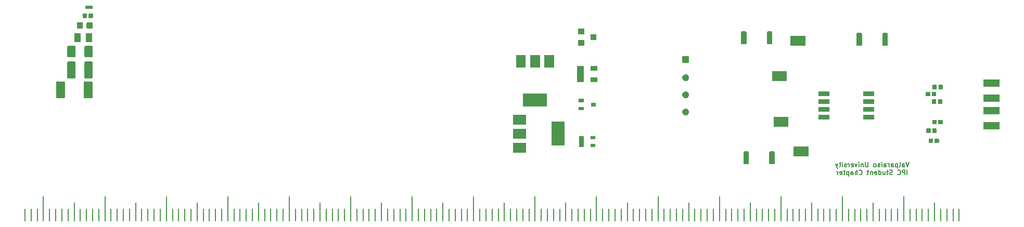
<source format=gbr>
G04 #@! TF.GenerationSoftware,KiCad,Pcbnew,(5.1.5)-3*
G04 #@! TF.CreationDate,2021-08-16T12:48:35-05:00*
G04 #@! TF.ProjectId,Valpo-PCB-Ruler,56616c70-6f2d-4504-9342-2d52756c6572,rev?*
G04 #@! TF.SameCoordinates,Original*
G04 #@! TF.FileFunction,Soldermask,Bot*
G04 #@! TF.FilePolarity,Negative*
%FSLAX46Y46*%
G04 Gerber Fmt 4.6, Leading zero omitted, Abs format (unit mm)*
G04 Created by KiCad (PCBNEW (5.1.5)-3) date 2021-08-16 12:48:35*
%MOMM*%
%LPD*%
G04 APERTURE LIST*
%ADD10C,0.127000*%
%ADD11C,0.200000*%
%ADD12C,0.100000*%
G04 APERTURE END LIST*
D10*
X194818000Y-92038714D02*
X194564000Y-92800714D01*
X194310000Y-92038714D01*
X193729428Y-92800714D02*
X193729428Y-92401571D01*
X193765714Y-92329000D01*
X193838285Y-92292714D01*
X193983428Y-92292714D01*
X194056000Y-92329000D01*
X193729428Y-92764428D02*
X193802000Y-92800714D01*
X193983428Y-92800714D01*
X194056000Y-92764428D01*
X194092285Y-92691857D01*
X194092285Y-92619285D01*
X194056000Y-92546714D01*
X193983428Y-92510428D01*
X193802000Y-92510428D01*
X193729428Y-92474142D01*
X193257714Y-92800714D02*
X193330285Y-92764428D01*
X193366571Y-92691857D01*
X193366571Y-92038714D01*
X192967428Y-92292714D02*
X192967428Y-93054714D01*
X192967428Y-92329000D02*
X192894857Y-92292714D01*
X192749714Y-92292714D01*
X192677142Y-92329000D01*
X192640857Y-92365285D01*
X192604571Y-92437857D01*
X192604571Y-92655571D01*
X192640857Y-92728142D01*
X192677142Y-92764428D01*
X192749714Y-92800714D01*
X192894857Y-92800714D01*
X192967428Y-92764428D01*
X191951428Y-92800714D02*
X191951428Y-92401571D01*
X191987714Y-92329000D01*
X192060285Y-92292714D01*
X192205428Y-92292714D01*
X192278000Y-92329000D01*
X191951428Y-92764428D02*
X192024000Y-92800714D01*
X192205428Y-92800714D01*
X192278000Y-92764428D01*
X192314285Y-92691857D01*
X192314285Y-92619285D01*
X192278000Y-92546714D01*
X192205428Y-92510428D01*
X192024000Y-92510428D01*
X191951428Y-92474142D01*
X191588571Y-92800714D02*
X191588571Y-92292714D01*
X191588571Y-92437857D02*
X191552285Y-92365285D01*
X191516000Y-92329000D01*
X191443428Y-92292714D01*
X191370857Y-92292714D01*
X190790285Y-92800714D02*
X190790285Y-92401571D01*
X190826571Y-92329000D01*
X190899142Y-92292714D01*
X191044285Y-92292714D01*
X191116857Y-92329000D01*
X190790285Y-92764428D02*
X190862857Y-92800714D01*
X191044285Y-92800714D01*
X191116857Y-92764428D01*
X191153142Y-92691857D01*
X191153142Y-92619285D01*
X191116857Y-92546714D01*
X191044285Y-92510428D01*
X190862857Y-92510428D01*
X190790285Y-92474142D01*
X190427428Y-92800714D02*
X190427428Y-92292714D01*
X190427428Y-92038714D02*
X190463714Y-92075000D01*
X190427428Y-92111285D01*
X190391142Y-92075000D01*
X190427428Y-92038714D01*
X190427428Y-92111285D01*
X190100857Y-92764428D02*
X190028285Y-92800714D01*
X189883142Y-92800714D01*
X189810571Y-92764428D01*
X189774285Y-92691857D01*
X189774285Y-92655571D01*
X189810571Y-92583000D01*
X189883142Y-92546714D01*
X189992000Y-92546714D01*
X190064571Y-92510428D01*
X190100857Y-92437857D01*
X190100857Y-92401571D01*
X190064571Y-92329000D01*
X189992000Y-92292714D01*
X189883142Y-92292714D01*
X189810571Y-92329000D01*
X189338857Y-92800714D02*
X189411428Y-92764428D01*
X189447714Y-92728142D01*
X189484000Y-92655571D01*
X189484000Y-92437857D01*
X189447714Y-92365285D01*
X189411428Y-92329000D01*
X189338857Y-92292714D01*
X189230000Y-92292714D01*
X189157428Y-92329000D01*
X189121142Y-92365285D01*
X189084857Y-92437857D01*
X189084857Y-92655571D01*
X189121142Y-92728142D01*
X189157428Y-92764428D01*
X189230000Y-92800714D01*
X189338857Y-92800714D01*
X188177714Y-92038714D02*
X188177714Y-92655571D01*
X188141428Y-92728142D01*
X188105142Y-92764428D01*
X188032571Y-92800714D01*
X187887428Y-92800714D01*
X187814857Y-92764428D01*
X187778571Y-92728142D01*
X187742285Y-92655571D01*
X187742285Y-92038714D01*
X187379428Y-92292714D02*
X187379428Y-92800714D01*
X187379428Y-92365285D02*
X187343142Y-92329000D01*
X187270571Y-92292714D01*
X187161714Y-92292714D01*
X187089142Y-92329000D01*
X187052857Y-92401571D01*
X187052857Y-92800714D01*
X186690000Y-92800714D02*
X186690000Y-92292714D01*
X186690000Y-92038714D02*
X186726285Y-92075000D01*
X186690000Y-92111285D01*
X186653714Y-92075000D01*
X186690000Y-92038714D01*
X186690000Y-92111285D01*
X186399714Y-92292714D02*
X186218285Y-92800714D01*
X186036857Y-92292714D01*
X185456285Y-92764428D02*
X185528857Y-92800714D01*
X185674000Y-92800714D01*
X185746571Y-92764428D01*
X185782857Y-92691857D01*
X185782857Y-92401571D01*
X185746571Y-92329000D01*
X185674000Y-92292714D01*
X185528857Y-92292714D01*
X185456285Y-92329000D01*
X185420000Y-92401571D01*
X185420000Y-92474142D01*
X185782857Y-92546714D01*
X185093428Y-92800714D02*
X185093428Y-92292714D01*
X185093428Y-92437857D02*
X185057142Y-92365285D01*
X185020857Y-92329000D01*
X184948285Y-92292714D01*
X184875714Y-92292714D01*
X184658000Y-92764428D02*
X184585428Y-92800714D01*
X184440285Y-92800714D01*
X184367714Y-92764428D01*
X184331428Y-92691857D01*
X184331428Y-92655571D01*
X184367714Y-92583000D01*
X184440285Y-92546714D01*
X184549142Y-92546714D01*
X184621714Y-92510428D01*
X184658000Y-92437857D01*
X184658000Y-92401571D01*
X184621714Y-92329000D01*
X184549142Y-92292714D01*
X184440285Y-92292714D01*
X184367714Y-92329000D01*
X184004857Y-92800714D02*
X184004857Y-92292714D01*
X184004857Y-92038714D02*
X184041142Y-92075000D01*
X184004857Y-92111285D01*
X183968571Y-92075000D01*
X184004857Y-92038714D01*
X184004857Y-92111285D01*
X183750857Y-92292714D02*
X183460571Y-92292714D01*
X183642000Y-92038714D02*
X183642000Y-92691857D01*
X183605714Y-92764428D01*
X183533142Y-92800714D01*
X183460571Y-92800714D01*
X183279142Y-92292714D02*
X183097714Y-92800714D01*
X182916285Y-92292714D02*
X183097714Y-92800714D01*
X183170285Y-92982142D01*
X183206571Y-93018428D01*
X183279142Y-93054714D01*
X194545857Y-94070714D02*
X194545857Y-93308714D01*
X194183000Y-94070714D02*
X194183000Y-93308714D01*
X193892714Y-93308714D01*
X193820142Y-93345000D01*
X193783857Y-93381285D01*
X193747571Y-93453857D01*
X193747571Y-93562714D01*
X193783857Y-93635285D01*
X193820142Y-93671571D01*
X193892714Y-93707857D01*
X194183000Y-93707857D01*
X192985571Y-93998142D02*
X193021857Y-94034428D01*
X193130714Y-94070714D01*
X193203285Y-94070714D01*
X193312142Y-94034428D01*
X193384714Y-93961857D01*
X193421000Y-93889285D01*
X193457285Y-93744142D01*
X193457285Y-93635285D01*
X193421000Y-93490142D01*
X193384714Y-93417571D01*
X193312142Y-93345000D01*
X193203285Y-93308714D01*
X193130714Y-93308714D01*
X193021857Y-93345000D01*
X192985571Y-93381285D01*
X192114714Y-94034428D02*
X192005857Y-94070714D01*
X191824428Y-94070714D01*
X191751857Y-94034428D01*
X191715571Y-93998142D01*
X191679285Y-93925571D01*
X191679285Y-93853000D01*
X191715571Y-93780428D01*
X191751857Y-93744142D01*
X191824428Y-93707857D01*
X191969571Y-93671571D01*
X192042142Y-93635285D01*
X192078428Y-93599000D01*
X192114714Y-93526428D01*
X192114714Y-93453857D01*
X192078428Y-93381285D01*
X192042142Y-93345000D01*
X191969571Y-93308714D01*
X191788142Y-93308714D01*
X191679285Y-93345000D01*
X191461571Y-93562714D02*
X191171285Y-93562714D01*
X191352714Y-93308714D02*
X191352714Y-93961857D01*
X191316428Y-94034428D01*
X191243857Y-94070714D01*
X191171285Y-94070714D01*
X190590714Y-93562714D02*
X190590714Y-94070714D01*
X190917285Y-93562714D02*
X190917285Y-93961857D01*
X190881000Y-94034428D01*
X190808428Y-94070714D01*
X190699571Y-94070714D01*
X190627000Y-94034428D01*
X190590714Y-93998142D01*
X189901285Y-94070714D02*
X189901285Y-93308714D01*
X189901285Y-94034428D02*
X189973857Y-94070714D01*
X190119000Y-94070714D01*
X190191571Y-94034428D01*
X190227857Y-93998142D01*
X190264142Y-93925571D01*
X190264142Y-93707857D01*
X190227857Y-93635285D01*
X190191571Y-93599000D01*
X190119000Y-93562714D01*
X189973857Y-93562714D01*
X189901285Y-93599000D01*
X189248142Y-94034428D02*
X189320714Y-94070714D01*
X189465857Y-94070714D01*
X189538428Y-94034428D01*
X189574714Y-93961857D01*
X189574714Y-93671571D01*
X189538428Y-93599000D01*
X189465857Y-93562714D01*
X189320714Y-93562714D01*
X189248142Y-93599000D01*
X189211857Y-93671571D01*
X189211857Y-93744142D01*
X189574714Y-93816714D01*
X188885285Y-93562714D02*
X188885285Y-94070714D01*
X188885285Y-93635285D02*
X188849000Y-93599000D01*
X188776428Y-93562714D01*
X188667571Y-93562714D01*
X188595000Y-93599000D01*
X188558714Y-93671571D01*
X188558714Y-94070714D01*
X188304714Y-93562714D02*
X188014428Y-93562714D01*
X188195857Y-93308714D02*
X188195857Y-93961857D01*
X188159571Y-94034428D01*
X188087000Y-94070714D01*
X188014428Y-94070714D01*
X186744428Y-93998142D02*
X186780714Y-94034428D01*
X186889571Y-94070714D01*
X186962142Y-94070714D01*
X187071000Y-94034428D01*
X187143571Y-93961857D01*
X187179857Y-93889285D01*
X187216142Y-93744142D01*
X187216142Y-93635285D01*
X187179857Y-93490142D01*
X187143571Y-93417571D01*
X187071000Y-93345000D01*
X186962142Y-93308714D01*
X186889571Y-93308714D01*
X186780714Y-93345000D01*
X186744428Y-93381285D01*
X186417857Y-94070714D02*
X186417857Y-93308714D01*
X186091285Y-94070714D02*
X186091285Y-93671571D01*
X186127571Y-93599000D01*
X186200142Y-93562714D01*
X186309000Y-93562714D01*
X186381571Y-93599000D01*
X186417857Y-93635285D01*
X185401857Y-94070714D02*
X185401857Y-93671571D01*
X185438142Y-93599000D01*
X185510714Y-93562714D01*
X185655857Y-93562714D01*
X185728428Y-93599000D01*
X185401857Y-94034428D02*
X185474428Y-94070714D01*
X185655857Y-94070714D01*
X185728428Y-94034428D01*
X185764714Y-93961857D01*
X185764714Y-93889285D01*
X185728428Y-93816714D01*
X185655857Y-93780428D01*
X185474428Y-93780428D01*
X185401857Y-93744142D01*
X185039000Y-93562714D02*
X185039000Y-94324714D01*
X185039000Y-93599000D02*
X184966428Y-93562714D01*
X184821285Y-93562714D01*
X184748714Y-93599000D01*
X184712428Y-93635285D01*
X184676142Y-93707857D01*
X184676142Y-93925571D01*
X184712428Y-93998142D01*
X184748714Y-94034428D01*
X184821285Y-94070714D01*
X184966428Y-94070714D01*
X185039000Y-94034428D01*
X184458428Y-93562714D02*
X184168142Y-93562714D01*
X184349571Y-93308714D02*
X184349571Y-93961857D01*
X184313285Y-94034428D01*
X184240714Y-94070714D01*
X184168142Y-94070714D01*
X183623857Y-94034428D02*
X183696428Y-94070714D01*
X183841571Y-94070714D01*
X183914142Y-94034428D01*
X183950428Y-93961857D01*
X183950428Y-93671571D01*
X183914142Y-93599000D01*
X183841571Y-93562714D01*
X183696428Y-93562714D01*
X183623857Y-93599000D01*
X183587571Y-93671571D01*
X183587571Y-93744142D01*
X183950428Y-93816714D01*
X183261000Y-94070714D02*
X183261000Y-93562714D01*
X183261000Y-93707857D02*
X183224714Y-93635285D01*
X183188428Y-93599000D01*
X183115857Y-93562714D01*
X183043285Y-93562714D01*
D11*
X53000000Y-101600000D02*
X53000000Y-99600000D01*
X51000000Y-101600000D02*
X51000000Y-99600000D01*
X52000000Y-101600000D02*
X52000000Y-99600000D01*
X63000000Y-101600000D02*
X63000000Y-99600000D01*
X57000000Y-101600000D02*
X57000000Y-99600000D01*
X60000000Y-101600000D02*
X60000000Y-99600000D01*
X55000000Y-101600000D02*
X55000000Y-99600000D01*
X61000000Y-101600000D02*
X61000000Y-99600000D01*
X56000000Y-101600000D02*
X56000000Y-99600000D01*
X59000000Y-101600000D02*
X59000000Y-98600000D01*
X62000000Y-101600000D02*
X62000000Y-99600000D01*
X54000000Y-101600000D02*
X54000000Y-97600000D01*
X58000000Y-101600000D02*
X58000000Y-99600000D01*
X73000000Y-101600000D02*
X73000000Y-99600000D01*
X67000000Y-101600000D02*
X67000000Y-99600000D01*
X70000000Y-101600000D02*
X70000000Y-99600000D01*
X65000000Y-101600000D02*
X65000000Y-99600000D01*
X71000000Y-101600000D02*
X71000000Y-99600000D01*
X66000000Y-101600000D02*
X66000000Y-99600000D01*
X69000000Y-101600000D02*
X69000000Y-98600000D01*
X72000000Y-101600000D02*
X72000000Y-99600000D01*
X64000000Y-101600000D02*
X64000000Y-97600000D01*
X68000000Y-101600000D02*
X68000000Y-99600000D01*
X83000000Y-101600000D02*
X83000000Y-99600000D01*
X77000000Y-101600000D02*
X77000000Y-99600000D01*
X80000000Y-101600000D02*
X80000000Y-99600000D01*
X75000000Y-101600000D02*
X75000000Y-99600000D01*
X81000000Y-101600000D02*
X81000000Y-99600000D01*
X76000000Y-101600000D02*
X76000000Y-99600000D01*
X79000000Y-101600000D02*
X79000000Y-98600000D01*
X82000000Y-101600000D02*
X82000000Y-99600000D01*
X74000000Y-101600000D02*
X74000000Y-97600000D01*
X78000000Y-101600000D02*
X78000000Y-99600000D01*
X93000000Y-101600000D02*
X93000000Y-99600000D01*
X87000000Y-101600000D02*
X87000000Y-99600000D01*
X90000000Y-101600000D02*
X90000000Y-99600000D01*
X85000000Y-101600000D02*
X85000000Y-99600000D01*
X91000000Y-101600000D02*
X91000000Y-99600000D01*
X86000000Y-101600000D02*
X86000000Y-99600000D01*
X89000000Y-101600000D02*
X89000000Y-98600000D01*
X92000000Y-101600000D02*
X92000000Y-99600000D01*
X84000000Y-101600000D02*
X84000000Y-97600000D01*
X88000000Y-101600000D02*
X88000000Y-99600000D01*
X103000000Y-101600000D02*
X103000000Y-99600000D01*
X97000000Y-101600000D02*
X97000000Y-99600000D01*
X100000000Y-101600000D02*
X100000000Y-99600000D01*
X95000000Y-101600000D02*
X95000000Y-99600000D01*
X101000000Y-101600000D02*
X101000000Y-99600000D01*
X96000000Y-101600000D02*
X96000000Y-99600000D01*
X99000000Y-101600000D02*
X99000000Y-98600000D01*
X102000000Y-101600000D02*
X102000000Y-99600000D01*
X94000000Y-101600000D02*
X94000000Y-97600000D01*
X98000000Y-101600000D02*
X98000000Y-99600000D01*
X113000000Y-101600000D02*
X113000000Y-99600000D01*
X107000000Y-101600000D02*
X107000000Y-99600000D01*
X110000000Y-101600000D02*
X110000000Y-99600000D01*
X105000000Y-101600000D02*
X105000000Y-99600000D01*
X111000000Y-101600000D02*
X111000000Y-99600000D01*
X106000000Y-101600000D02*
X106000000Y-99600000D01*
X109000000Y-101600000D02*
X109000000Y-98600000D01*
X112000000Y-101600000D02*
X112000000Y-99600000D01*
X104000000Y-101600000D02*
X104000000Y-97600000D01*
X108000000Y-101600000D02*
X108000000Y-99600000D01*
X123000000Y-101600000D02*
X123000000Y-99600000D01*
X117000000Y-101600000D02*
X117000000Y-99600000D01*
X120000000Y-101600000D02*
X120000000Y-99600000D01*
X115000000Y-101600000D02*
X115000000Y-99600000D01*
X121000000Y-101600000D02*
X121000000Y-99600000D01*
X116000000Y-101600000D02*
X116000000Y-99600000D01*
X119000000Y-101600000D02*
X119000000Y-98600000D01*
X122000000Y-101600000D02*
X122000000Y-99600000D01*
X114000000Y-101600000D02*
X114000000Y-97600000D01*
X118000000Y-101600000D02*
X118000000Y-99600000D01*
X133000000Y-101600000D02*
X133000000Y-99600000D01*
X127000000Y-101600000D02*
X127000000Y-99600000D01*
X130000000Y-101600000D02*
X130000000Y-99600000D01*
X125000000Y-101600000D02*
X125000000Y-99600000D01*
X131000000Y-101600000D02*
X131000000Y-99600000D01*
X126000000Y-101600000D02*
X126000000Y-99600000D01*
X129000000Y-101600000D02*
X129000000Y-98600000D01*
X132000000Y-101600000D02*
X132000000Y-99600000D01*
X124000000Y-101600000D02*
X124000000Y-97600000D01*
X128000000Y-101600000D02*
X128000000Y-99600000D01*
X143000000Y-101600000D02*
X143000000Y-99600000D01*
X137000000Y-101600000D02*
X137000000Y-99600000D01*
X140000000Y-101600000D02*
X140000000Y-99600000D01*
X135000000Y-101600000D02*
X135000000Y-99600000D01*
X141000000Y-101600000D02*
X141000000Y-99600000D01*
X136000000Y-101600000D02*
X136000000Y-99600000D01*
X139000000Y-101600000D02*
X139000000Y-98600000D01*
X142000000Y-101600000D02*
X142000000Y-99600000D01*
X134000000Y-101600000D02*
X134000000Y-97600000D01*
X138000000Y-101600000D02*
X138000000Y-99600000D01*
X153000000Y-101600000D02*
X153000000Y-99600000D01*
X147000000Y-101600000D02*
X147000000Y-99600000D01*
X150000000Y-101600000D02*
X150000000Y-99600000D01*
X145000000Y-101600000D02*
X145000000Y-99600000D01*
X151000000Y-101600000D02*
X151000000Y-99600000D01*
X146000000Y-101600000D02*
X146000000Y-99600000D01*
X149000000Y-101600000D02*
X149000000Y-98600000D01*
X152000000Y-101600000D02*
X152000000Y-99600000D01*
X144000000Y-101600000D02*
X144000000Y-97600000D01*
X148000000Y-101600000D02*
X148000000Y-99600000D01*
X163000000Y-101600000D02*
X163000000Y-99600000D01*
X157000000Y-101600000D02*
X157000000Y-99600000D01*
X160000000Y-101600000D02*
X160000000Y-99600000D01*
X155000000Y-101600000D02*
X155000000Y-99600000D01*
X161000000Y-101600000D02*
X161000000Y-99600000D01*
X156000000Y-101600000D02*
X156000000Y-99600000D01*
X159000000Y-101600000D02*
X159000000Y-98600000D01*
X162000000Y-101600000D02*
X162000000Y-99600000D01*
X154000000Y-101600000D02*
X154000000Y-97600000D01*
X158000000Y-101600000D02*
X158000000Y-99600000D01*
X173000000Y-101600000D02*
X173000000Y-99600000D01*
X167000000Y-101600000D02*
X167000000Y-99600000D01*
X170000000Y-101600000D02*
X170000000Y-99600000D01*
X165000000Y-101600000D02*
X165000000Y-99600000D01*
X171000000Y-101600000D02*
X171000000Y-99600000D01*
X166000000Y-101600000D02*
X166000000Y-99600000D01*
X169000000Y-101600000D02*
X169000000Y-98600000D01*
X172000000Y-101600000D02*
X172000000Y-99600000D01*
X164000000Y-101600000D02*
X164000000Y-97600000D01*
X168000000Y-101600000D02*
X168000000Y-99600000D01*
X183000000Y-101600000D02*
X183000000Y-99600000D01*
X177000000Y-101600000D02*
X177000000Y-99600000D01*
X180000000Y-101600000D02*
X180000000Y-99600000D01*
X175000000Y-101600000D02*
X175000000Y-99600000D01*
X181000000Y-101600000D02*
X181000000Y-99600000D01*
X176000000Y-101600000D02*
X176000000Y-99600000D01*
X179000000Y-101600000D02*
X179000000Y-98600000D01*
X182000000Y-101600000D02*
X182000000Y-99600000D01*
X174000000Y-101600000D02*
X174000000Y-97600000D01*
X178000000Y-101600000D02*
X178000000Y-99600000D01*
X193000000Y-101600000D02*
X193000000Y-99600000D01*
X187000000Y-101600000D02*
X187000000Y-99600000D01*
X190000000Y-101600000D02*
X190000000Y-99600000D01*
X185000000Y-101600000D02*
X185000000Y-99600000D01*
X191000000Y-101600000D02*
X191000000Y-99600000D01*
X186000000Y-101600000D02*
X186000000Y-99600000D01*
X189000000Y-101600000D02*
X189000000Y-98600000D01*
X192000000Y-101600000D02*
X192000000Y-99600000D01*
X184000000Y-101600000D02*
X184000000Y-97600000D01*
X188000000Y-101600000D02*
X188000000Y-99600000D01*
X203000000Y-101600000D02*
X203000000Y-99600000D01*
X197000000Y-101600000D02*
X197000000Y-99600000D01*
X200000000Y-101600000D02*
X200000000Y-99600000D01*
X195000000Y-101600000D02*
X195000000Y-99600000D01*
X201000000Y-101600000D02*
X201000000Y-99600000D01*
X196000000Y-101600000D02*
X196000000Y-99600000D01*
X199000000Y-101600000D02*
X199000000Y-98600000D01*
X202000000Y-101600000D02*
X202000000Y-99600000D01*
X194000000Y-101600000D02*
X194000000Y-97600000D01*
X198000000Y-101600000D02*
X198000000Y-99600000D01*
D12*
G36*
X172853683Y-90265725D02*
G01*
X172884143Y-90274966D01*
X172912223Y-90289974D01*
X172936831Y-90310169D01*
X172957026Y-90334777D01*
X172972034Y-90362857D01*
X172981275Y-90393317D01*
X172985000Y-90431140D01*
X172985000Y-92194860D01*
X172981275Y-92232683D01*
X172972034Y-92263143D01*
X172957026Y-92291223D01*
X172936831Y-92315831D01*
X172912223Y-92336026D01*
X172884143Y-92351034D01*
X172853683Y-92360275D01*
X172815860Y-92364000D01*
X172252140Y-92364000D01*
X172214317Y-92360275D01*
X172183857Y-92351034D01*
X172155777Y-92336026D01*
X172131169Y-92315831D01*
X172110974Y-92291223D01*
X172095966Y-92263143D01*
X172086725Y-92232683D01*
X172083000Y-92194860D01*
X172083000Y-90431140D01*
X172086725Y-90393317D01*
X172095966Y-90362857D01*
X172110974Y-90334777D01*
X172131169Y-90310169D01*
X172155777Y-90289974D01*
X172183857Y-90274966D01*
X172214317Y-90265725D01*
X172252140Y-90262000D01*
X172815860Y-90262000D01*
X172853683Y-90265725D01*
G37*
G36*
X168653683Y-90265725D02*
G01*
X168684143Y-90274966D01*
X168712223Y-90289974D01*
X168736831Y-90310169D01*
X168757026Y-90334777D01*
X168772034Y-90362857D01*
X168781275Y-90393317D01*
X168785000Y-90431140D01*
X168785000Y-92194860D01*
X168781275Y-92232683D01*
X168772034Y-92263143D01*
X168757026Y-92291223D01*
X168736831Y-92315831D01*
X168712223Y-92336026D01*
X168684143Y-92351034D01*
X168653683Y-92360275D01*
X168615860Y-92364000D01*
X168052140Y-92364000D01*
X168014317Y-92360275D01*
X167983857Y-92351034D01*
X167955777Y-92336026D01*
X167931169Y-92315831D01*
X167910974Y-92291223D01*
X167895966Y-92263143D01*
X167886725Y-92232683D01*
X167883000Y-92194860D01*
X167883000Y-90431140D01*
X167886725Y-90393317D01*
X167895966Y-90362857D01*
X167910974Y-90334777D01*
X167931169Y-90310169D01*
X167955777Y-90289974D01*
X167983857Y-90274966D01*
X168014317Y-90265725D01*
X168052140Y-90262000D01*
X168615860Y-90262000D01*
X168653683Y-90265725D01*
G37*
G36*
X178478000Y-91098000D02*
G01*
X176076000Y-91098000D01*
X176076000Y-89496000D01*
X178478000Y-89496000D01*
X178478000Y-91098000D01*
G37*
G36*
X132521000Y-90477000D02*
G01*
X130419000Y-90477000D01*
X130419000Y-88875000D01*
X132521000Y-88875000D01*
X132521000Y-90477000D01*
G37*
G36*
X141914000Y-89533000D02*
G01*
X141162000Y-89533000D01*
X141162000Y-87731000D01*
X141914000Y-87731000D01*
X141914000Y-89533000D01*
G37*
G36*
X143814000Y-89533000D02*
G01*
X143062000Y-89533000D01*
X143062000Y-89031000D01*
X143814000Y-89031000D01*
X143814000Y-89533000D01*
G37*
G36*
X138821000Y-89327000D02*
G01*
X136719000Y-89327000D01*
X136719000Y-85425000D01*
X138821000Y-85425000D01*
X138821000Y-89327000D01*
G37*
G36*
X199623938Y-88150716D02*
G01*
X199644557Y-88156971D01*
X199663553Y-88167124D01*
X199680208Y-88180792D01*
X199693876Y-88197447D01*
X199704029Y-88216443D01*
X199710284Y-88237062D01*
X199713000Y-88264640D01*
X199713000Y-88773360D01*
X199710284Y-88800938D01*
X199704029Y-88821557D01*
X199693876Y-88840553D01*
X199680208Y-88857208D01*
X199663553Y-88870876D01*
X199644557Y-88881029D01*
X199623938Y-88887284D01*
X199596360Y-88890000D01*
X199137640Y-88890000D01*
X199110062Y-88887284D01*
X199089443Y-88881029D01*
X199070447Y-88870876D01*
X199053792Y-88857208D01*
X199040124Y-88840553D01*
X199029971Y-88821557D01*
X199023716Y-88800938D01*
X199021000Y-88773360D01*
X199021000Y-88264640D01*
X199023716Y-88237062D01*
X199029971Y-88216443D01*
X199040124Y-88197447D01*
X199053792Y-88180792D01*
X199070447Y-88167124D01*
X199089443Y-88156971D01*
X199110062Y-88150716D01*
X199137640Y-88148000D01*
X199596360Y-88148000D01*
X199623938Y-88150716D01*
G37*
G36*
X198653938Y-88150716D02*
G01*
X198674557Y-88156971D01*
X198693553Y-88167124D01*
X198710208Y-88180792D01*
X198723876Y-88197447D01*
X198734029Y-88216443D01*
X198740284Y-88237062D01*
X198743000Y-88264640D01*
X198743000Y-88773360D01*
X198740284Y-88800938D01*
X198734029Y-88821557D01*
X198723876Y-88840553D01*
X198710208Y-88857208D01*
X198693553Y-88870876D01*
X198674557Y-88881029D01*
X198653938Y-88887284D01*
X198626360Y-88890000D01*
X198167640Y-88890000D01*
X198140062Y-88887284D01*
X198119443Y-88881029D01*
X198100447Y-88870876D01*
X198083792Y-88857208D01*
X198070124Y-88840553D01*
X198059971Y-88821557D01*
X198053716Y-88800938D01*
X198051000Y-88773360D01*
X198051000Y-88264640D01*
X198053716Y-88237062D01*
X198059971Y-88216443D01*
X198070124Y-88197447D01*
X198083792Y-88180792D01*
X198100447Y-88167124D01*
X198119443Y-88156971D01*
X198140062Y-88150716D01*
X198167640Y-88148000D01*
X198626360Y-88148000D01*
X198653938Y-88150716D01*
G37*
G36*
X143814000Y-88233000D02*
G01*
X143062000Y-88233000D01*
X143062000Y-87731000D01*
X143814000Y-87731000D01*
X143814000Y-88233000D01*
G37*
G36*
X132521000Y-88177000D02*
G01*
X130419000Y-88177000D01*
X130419000Y-86575000D01*
X132521000Y-86575000D01*
X132521000Y-88177000D01*
G37*
G36*
X198272938Y-86512416D02*
G01*
X198293557Y-86518671D01*
X198312553Y-86528824D01*
X198329208Y-86542492D01*
X198342876Y-86559147D01*
X198353029Y-86578143D01*
X198359284Y-86598762D01*
X198362000Y-86626340D01*
X198362000Y-87135060D01*
X198359284Y-87162638D01*
X198353029Y-87183257D01*
X198342876Y-87202253D01*
X198329208Y-87218908D01*
X198312553Y-87232576D01*
X198293557Y-87242729D01*
X198272938Y-87248984D01*
X198245360Y-87251700D01*
X197786640Y-87251700D01*
X197759062Y-87248984D01*
X197738443Y-87242729D01*
X197719447Y-87232576D01*
X197702792Y-87218908D01*
X197689124Y-87202253D01*
X197678971Y-87183257D01*
X197672716Y-87162638D01*
X197670000Y-87135060D01*
X197670000Y-86626340D01*
X197672716Y-86598762D01*
X197678971Y-86578143D01*
X197689124Y-86559147D01*
X197702792Y-86542492D01*
X197719447Y-86528824D01*
X197738443Y-86518671D01*
X197759062Y-86512416D01*
X197786640Y-86509700D01*
X198245360Y-86509700D01*
X198272938Y-86512416D01*
G37*
G36*
X199242938Y-86512416D02*
G01*
X199263557Y-86518671D01*
X199282553Y-86528824D01*
X199299208Y-86542492D01*
X199312876Y-86559147D01*
X199323029Y-86578143D01*
X199329284Y-86598762D01*
X199332000Y-86626340D01*
X199332000Y-87135060D01*
X199329284Y-87162638D01*
X199323029Y-87183257D01*
X199312876Y-87202253D01*
X199299208Y-87218908D01*
X199282553Y-87232576D01*
X199263557Y-87242729D01*
X199242938Y-87248984D01*
X199215360Y-87251700D01*
X198756640Y-87251700D01*
X198729062Y-87248984D01*
X198708443Y-87242729D01*
X198689447Y-87232576D01*
X198672792Y-87218908D01*
X198659124Y-87202253D01*
X198648971Y-87183257D01*
X198642716Y-87162638D01*
X198640000Y-87135060D01*
X198640000Y-86626340D01*
X198642716Y-86598762D01*
X198648971Y-86578143D01*
X198659124Y-86559147D01*
X198672792Y-86542492D01*
X198689447Y-86528824D01*
X198708443Y-86518671D01*
X198729062Y-86512416D01*
X198756640Y-86509700D01*
X199215360Y-86509700D01*
X199242938Y-86512416D01*
G37*
G36*
X209581000Y-86707000D02*
G01*
X206979000Y-86707000D01*
X206979000Y-85505000D01*
X209581000Y-85505000D01*
X209581000Y-86707000D01*
G37*
G36*
X175191000Y-86272000D02*
G01*
X172789000Y-86272000D01*
X172789000Y-84670000D01*
X175191000Y-84670000D01*
X175191000Y-86272000D01*
G37*
G36*
X132521000Y-85877000D02*
G01*
X130419000Y-85877000D01*
X130419000Y-84275000D01*
X132521000Y-84275000D01*
X132521000Y-85877000D01*
G37*
G36*
X200218438Y-85115416D02*
G01*
X200239057Y-85121671D01*
X200258053Y-85131824D01*
X200274708Y-85145492D01*
X200288376Y-85162147D01*
X200298529Y-85181143D01*
X200304784Y-85201762D01*
X200307500Y-85229340D01*
X200307500Y-85738060D01*
X200304784Y-85765638D01*
X200298529Y-85786257D01*
X200288376Y-85805253D01*
X200274708Y-85821908D01*
X200258053Y-85835576D01*
X200239057Y-85845729D01*
X200218438Y-85851984D01*
X200190860Y-85854700D01*
X199732140Y-85854700D01*
X199704562Y-85851984D01*
X199683943Y-85845729D01*
X199664947Y-85835576D01*
X199648292Y-85821908D01*
X199634624Y-85805253D01*
X199624471Y-85786257D01*
X199618216Y-85765638D01*
X199615500Y-85738060D01*
X199615500Y-85229340D01*
X199618216Y-85201762D01*
X199624471Y-85181143D01*
X199634624Y-85162147D01*
X199648292Y-85145492D01*
X199664947Y-85131824D01*
X199683943Y-85121671D01*
X199704562Y-85115416D01*
X199732140Y-85112700D01*
X200190860Y-85112700D01*
X200218438Y-85115416D01*
G37*
G36*
X199248438Y-85115416D02*
G01*
X199269057Y-85121671D01*
X199288053Y-85131824D01*
X199304708Y-85145492D01*
X199318376Y-85162147D01*
X199328529Y-85181143D01*
X199334784Y-85201762D01*
X199337500Y-85229340D01*
X199337500Y-85738060D01*
X199334784Y-85765638D01*
X199328529Y-85786257D01*
X199318376Y-85805253D01*
X199304708Y-85821908D01*
X199288053Y-85835576D01*
X199269057Y-85845729D01*
X199248438Y-85851984D01*
X199220860Y-85854700D01*
X198762140Y-85854700D01*
X198734562Y-85851984D01*
X198713943Y-85845729D01*
X198694947Y-85835576D01*
X198678292Y-85821908D01*
X198664624Y-85805253D01*
X198654471Y-85786257D01*
X198648216Y-85765638D01*
X198645500Y-85738060D01*
X198645500Y-85229340D01*
X198648216Y-85201762D01*
X198654471Y-85181143D01*
X198664624Y-85162147D01*
X198678292Y-85145492D01*
X198694947Y-85131824D01*
X198713943Y-85121671D01*
X198734562Y-85115416D01*
X198762140Y-85112700D01*
X199220860Y-85112700D01*
X199248438Y-85115416D01*
G37*
G36*
X181909000Y-85085000D02*
G01*
X180107000Y-85085000D01*
X180107000Y-84333000D01*
X181909000Y-84333000D01*
X181909000Y-85085000D01*
G37*
G36*
X189209000Y-85085000D02*
G01*
X187407000Y-85085000D01*
X187407000Y-84333000D01*
X189209000Y-84333000D01*
X189209000Y-85085000D01*
G37*
G36*
X158656721Y-83290174D02*
G01*
X158756995Y-83331709D01*
X158756996Y-83331710D01*
X158847242Y-83392010D01*
X158923990Y-83468758D01*
X158923991Y-83468760D01*
X158984291Y-83559005D01*
X159025826Y-83659279D01*
X159047000Y-83765730D01*
X159047000Y-83874270D01*
X159025826Y-83980721D01*
X158984291Y-84080995D01*
X158984290Y-84080996D01*
X158923990Y-84171242D01*
X158847242Y-84247990D01*
X158806818Y-84275000D01*
X158756995Y-84308291D01*
X158656721Y-84349826D01*
X158550270Y-84371000D01*
X158441730Y-84371000D01*
X158335279Y-84349826D01*
X158235005Y-84308291D01*
X158185182Y-84275000D01*
X158144758Y-84247990D01*
X158068010Y-84171242D01*
X158007710Y-84080996D01*
X158007709Y-84080995D01*
X157966174Y-83980721D01*
X157945000Y-83874270D01*
X157945000Y-83765730D01*
X157966174Y-83659279D01*
X158007709Y-83559005D01*
X158068009Y-83468760D01*
X158068010Y-83468758D01*
X158144758Y-83392010D01*
X158235004Y-83331710D01*
X158235005Y-83331709D01*
X158335279Y-83290174D01*
X158441730Y-83269000D01*
X158550270Y-83269000D01*
X158656721Y-83290174D01*
G37*
G36*
X209581000Y-84207000D02*
G01*
X206979000Y-84207000D01*
X206979000Y-83005000D01*
X209581000Y-83005000D01*
X209581000Y-84207000D01*
G37*
G36*
X189209000Y-83815000D02*
G01*
X187407000Y-83815000D01*
X187407000Y-83063000D01*
X189209000Y-83063000D01*
X189209000Y-83815000D01*
G37*
G36*
X181909000Y-83815000D02*
G01*
X180107000Y-83815000D01*
X180107000Y-83063000D01*
X181909000Y-83063000D01*
X181909000Y-83815000D01*
G37*
G36*
X141889000Y-83558000D02*
G01*
X141087000Y-83558000D01*
X141087000Y-83006000D01*
X141889000Y-83006000D01*
X141889000Y-83558000D01*
G37*
G36*
X135931000Y-82929000D02*
G01*
X132029000Y-82929000D01*
X132029000Y-80827000D01*
X135931000Y-80827000D01*
X135931000Y-82929000D01*
G37*
G36*
X143889000Y-82908000D02*
G01*
X143087000Y-82908000D01*
X143087000Y-82356000D01*
X143889000Y-82356000D01*
X143889000Y-82908000D01*
G37*
G36*
X181909000Y-82545000D02*
G01*
X180107000Y-82545000D01*
X180107000Y-81793000D01*
X181909000Y-81793000D01*
X181909000Y-82545000D01*
G37*
G36*
X189209000Y-82545000D02*
G01*
X187407000Y-82545000D01*
X187407000Y-81793000D01*
X189209000Y-81793000D01*
X189209000Y-82545000D01*
G37*
G36*
X200157238Y-81785516D02*
G01*
X200177857Y-81791771D01*
X200196853Y-81801924D01*
X200213508Y-81815592D01*
X200227176Y-81832247D01*
X200237329Y-81851243D01*
X200243584Y-81871862D01*
X200246300Y-81899440D01*
X200246300Y-82408160D01*
X200243584Y-82435738D01*
X200237329Y-82456357D01*
X200227176Y-82475353D01*
X200213508Y-82492008D01*
X200196853Y-82505676D01*
X200177857Y-82515829D01*
X200157238Y-82522084D01*
X200129660Y-82524800D01*
X199670940Y-82524800D01*
X199643362Y-82522084D01*
X199622743Y-82515829D01*
X199603747Y-82505676D01*
X199587092Y-82492008D01*
X199573424Y-82475353D01*
X199563271Y-82456357D01*
X199557016Y-82435738D01*
X199554300Y-82408160D01*
X199554300Y-81899440D01*
X199557016Y-81871862D01*
X199563271Y-81851243D01*
X199573424Y-81832247D01*
X199587092Y-81815592D01*
X199603747Y-81801924D01*
X199622743Y-81791771D01*
X199643362Y-81785516D01*
X199670940Y-81782800D01*
X200129660Y-81782800D01*
X200157238Y-81785516D01*
G37*
G36*
X199187238Y-81785516D02*
G01*
X199207857Y-81791771D01*
X199226853Y-81801924D01*
X199243508Y-81815592D01*
X199257176Y-81832247D01*
X199267329Y-81851243D01*
X199273584Y-81871862D01*
X199276300Y-81899440D01*
X199276300Y-82408160D01*
X199273584Y-82435738D01*
X199267329Y-82456357D01*
X199257176Y-82475353D01*
X199243508Y-82492008D01*
X199226853Y-82505676D01*
X199207857Y-82515829D01*
X199187238Y-82522084D01*
X199159660Y-82524800D01*
X198700940Y-82524800D01*
X198673362Y-82522084D01*
X198652743Y-82515829D01*
X198633747Y-82505676D01*
X198617092Y-82492008D01*
X198603424Y-82475353D01*
X198593271Y-82456357D01*
X198587016Y-82435738D01*
X198584300Y-82408160D01*
X198584300Y-81899440D01*
X198587016Y-81871862D01*
X198593271Y-81851243D01*
X198603424Y-81832247D01*
X198617092Y-81815592D01*
X198633747Y-81801924D01*
X198652743Y-81791771D01*
X198673362Y-81785516D01*
X198700940Y-81782800D01*
X199159660Y-81782800D01*
X199187238Y-81785516D01*
G37*
G36*
X141889000Y-82258000D02*
G01*
X141087000Y-82258000D01*
X141087000Y-81706000D01*
X141889000Y-81706000D01*
X141889000Y-82258000D01*
G37*
G36*
X209581000Y-82207000D02*
G01*
X206979000Y-82207000D01*
X206979000Y-81005000D01*
X209581000Y-81005000D01*
X209581000Y-82207000D01*
G37*
G36*
X57336320Y-78856447D02*
G01*
X57371889Y-78867237D01*
X57404661Y-78884754D01*
X57433391Y-78908331D01*
X57456968Y-78937061D01*
X57474485Y-78969833D01*
X57485275Y-79005402D01*
X57489522Y-79048525D01*
X57489522Y-81407875D01*
X57485275Y-81450998D01*
X57474485Y-81486567D01*
X57456968Y-81519339D01*
X57433391Y-81548069D01*
X57404661Y-81571646D01*
X57371889Y-81589163D01*
X57336320Y-81599953D01*
X57293197Y-81604200D01*
X56233847Y-81604200D01*
X56190724Y-81599953D01*
X56155155Y-81589163D01*
X56122383Y-81571646D01*
X56093653Y-81548069D01*
X56070076Y-81519339D01*
X56052559Y-81486567D01*
X56041769Y-81450998D01*
X56037522Y-81407875D01*
X56037522Y-79048525D01*
X56041769Y-79005402D01*
X56052559Y-78969833D01*
X56070076Y-78937061D01*
X56093653Y-78908331D01*
X56122383Y-78884754D01*
X56155155Y-78867237D01*
X56190724Y-78856447D01*
X56233847Y-78852200D01*
X57293197Y-78852200D01*
X57336320Y-78856447D01*
G37*
G36*
X61836320Y-78856447D02*
G01*
X61871889Y-78867237D01*
X61904661Y-78884754D01*
X61933391Y-78908331D01*
X61956968Y-78937061D01*
X61974485Y-78969833D01*
X61985275Y-79005402D01*
X61989522Y-79048525D01*
X61989522Y-81407875D01*
X61985275Y-81450998D01*
X61974485Y-81486567D01*
X61956968Y-81519339D01*
X61933391Y-81548069D01*
X61904661Y-81571646D01*
X61871889Y-81589163D01*
X61836320Y-81599953D01*
X61793197Y-81604200D01*
X60733847Y-81604200D01*
X60690724Y-81599953D01*
X60655155Y-81589163D01*
X60622383Y-81571646D01*
X60593653Y-81548069D01*
X60570076Y-81519339D01*
X60552559Y-81486567D01*
X60541769Y-81450998D01*
X60537522Y-81407875D01*
X60537522Y-79048525D01*
X60541769Y-79005402D01*
X60552559Y-78969833D01*
X60570076Y-78937061D01*
X60593653Y-78908331D01*
X60622383Y-78884754D01*
X60655155Y-78867237D01*
X60690724Y-78856447D01*
X60733847Y-78852200D01*
X61793197Y-78852200D01*
X61836320Y-78856447D01*
G37*
G36*
X158656721Y-80496174D02*
G01*
X158756995Y-80537709D01*
X158756996Y-80537710D01*
X158847242Y-80598010D01*
X158923990Y-80674758D01*
X158923991Y-80674760D01*
X158984291Y-80765005D01*
X159025826Y-80865279D01*
X159047000Y-80971730D01*
X159047000Y-81080270D01*
X159025826Y-81186721D01*
X158984291Y-81286995D01*
X158984290Y-81286996D01*
X158923990Y-81377242D01*
X158847242Y-81453990D01*
X158801812Y-81484345D01*
X158756995Y-81514291D01*
X158656721Y-81555826D01*
X158550270Y-81577000D01*
X158441730Y-81577000D01*
X158335279Y-81555826D01*
X158235005Y-81514291D01*
X158190188Y-81484345D01*
X158144758Y-81453990D01*
X158068010Y-81377242D01*
X158007710Y-81286996D01*
X158007709Y-81286995D01*
X157966174Y-81186721D01*
X157945000Y-81080270D01*
X157945000Y-80971730D01*
X157966174Y-80865279D01*
X158007709Y-80765005D01*
X158068009Y-80674760D01*
X158068010Y-80674758D01*
X158144758Y-80598010D01*
X158235004Y-80537710D01*
X158235005Y-80537709D01*
X158335279Y-80496174D01*
X158441730Y-80475000D01*
X158550270Y-80475000D01*
X158656721Y-80496174D01*
G37*
G36*
X181909000Y-81275000D02*
G01*
X180107000Y-81275000D01*
X180107000Y-80523000D01*
X181909000Y-80523000D01*
X181909000Y-81275000D01*
G37*
G36*
X189209000Y-81275000D02*
G01*
X187407000Y-81275000D01*
X187407000Y-80523000D01*
X189209000Y-80523000D01*
X189209000Y-81275000D01*
G37*
G36*
X199157238Y-80535516D02*
G01*
X199177857Y-80541771D01*
X199196853Y-80551924D01*
X199213508Y-80565592D01*
X199227176Y-80582247D01*
X199237329Y-80601243D01*
X199243584Y-80621862D01*
X199246300Y-80649440D01*
X199246300Y-81158160D01*
X199243584Y-81185738D01*
X199237329Y-81206357D01*
X199227176Y-81225353D01*
X199213508Y-81242008D01*
X199196853Y-81255676D01*
X199177857Y-81265829D01*
X199157238Y-81272084D01*
X199129660Y-81274800D01*
X198670940Y-81274800D01*
X198643362Y-81272084D01*
X198622743Y-81265829D01*
X198603747Y-81255676D01*
X198587092Y-81242008D01*
X198573424Y-81225353D01*
X198563271Y-81206357D01*
X198557016Y-81185738D01*
X198554300Y-81158160D01*
X198554300Y-80649440D01*
X198557016Y-80621862D01*
X198563271Y-80601243D01*
X198573424Y-80582247D01*
X198587092Y-80565592D01*
X198603747Y-80551924D01*
X198622743Y-80541771D01*
X198643362Y-80535516D01*
X198670940Y-80532800D01*
X199129660Y-80532800D01*
X199157238Y-80535516D01*
G37*
G36*
X198187238Y-80535516D02*
G01*
X198207857Y-80541771D01*
X198226853Y-80551924D01*
X198243508Y-80565592D01*
X198257176Y-80582247D01*
X198267329Y-80601243D01*
X198273584Y-80621862D01*
X198276300Y-80649440D01*
X198276300Y-81158160D01*
X198273584Y-81185738D01*
X198267329Y-81206357D01*
X198257176Y-81225353D01*
X198243508Y-81242008D01*
X198226853Y-81255676D01*
X198207857Y-81265829D01*
X198187238Y-81272084D01*
X198159660Y-81274800D01*
X197700940Y-81274800D01*
X197673362Y-81272084D01*
X197652743Y-81265829D01*
X197633747Y-81255676D01*
X197617092Y-81242008D01*
X197603424Y-81225353D01*
X197593271Y-81206357D01*
X197587016Y-81185738D01*
X197584300Y-81158160D01*
X197584300Y-80649440D01*
X197587016Y-80621862D01*
X197593271Y-80601243D01*
X197603424Y-80582247D01*
X197617092Y-80565592D01*
X197633747Y-80551924D01*
X197652743Y-80541771D01*
X197673362Y-80535516D01*
X197700940Y-80532800D01*
X198159660Y-80532800D01*
X198187238Y-80535516D01*
G37*
G36*
X200235938Y-79387716D02*
G01*
X200256557Y-79393971D01*
X200275553Y-79404124D01*
X200292208Y-79417792D01*
X200305876Y-79434447D01*
X200316029Y-79453443D01*
X200322284Y-79474062D01*
X200325000Y-79501640D01*
X200325000Y-80010360D01*
X200322284Y-80037938D01*
X200316029Y-80058557D01*
X200305876Y-80077553D01*
X200292208Y-80094208D01*
X200275553Y-80107876D01*
X200256557Y-80118029D01*
X200235938Y-80124284D01*
X200208360Y-80127000D01*
X199749640Y-80127000D01*
X199722062Y-80124284D01*
X199701443Y-80118029D01*
X199682447Y-80107876D01*
X199665792Y-80094208D01*
X199652124Y-80077553D01*
X199641971Y-80058557D01*
X199635716Y-80037938D01*
X199633000Y-80010360D01*
X199633000Y-79501640D01*
X199635716Y-79474062D01*
X199641971Y-79453443D01*
X199652124Y-79434447D01*
X199665792Y-79417792D01*
X199682447Y-79404124D01*
X199701443Y-79393971D01*
X199722062Y-79387716D01*
X199749640Y-79385000D01*
X200208360Y-79385000D01*
X200235938Y-79387716D01*
G37*
G36*
X199265938Y-79387716D02*
G01*
X199286557Y-79393971D01*
X199305553Y-79404124D01*
X199322208Y-79417792D01*
X199335876Y-79434447D01*
X199346029Y-79453443D01*
X199352284Y-79474062D01*
X199355000Y-79501640D01*
X199355000Y-80010360D01*
X199352284Y-80037938D01*
X199346029Y-80058557D01*
X199335876Y-80077553D01*
X199322208Y-80094208D01*
X199305553Y-80107876D01*
X199286557Y-80118029D01*
X199265938Y-80124284D01*
X199238360Y-80127000D01*
X198779640Y-80127000D01*
X198752062Y-80124284D01*
X198731443Y-80118029D01*
X198712447Y-80107876D01*
X198695792Y-80094208D01*
X198682124Y-80077553D01*
X198671971Y-80058557D01*
X198665716Y-80037938D01*
X198663000Y-80010360D01*
X198663000Y-79501640D01*
X198665716Y-79474062D01*
X198671971Y-79453443D01*
X198682124Y-79434447D01*
X198695792Y-79417792D01*
X198712447Y-79404124D01*
X198731443Y-79393971D01*
X198752062Y-79387716D01*
X198779640Y-79385000D01*
X199238360Y-79385000D01*
X199265938Y-79387716D01*
G37*
G36*
X209581000Y-79707000D02*
G01*
X206979000Y-79707000D01*
X206979000Y-78505000D01*
X209581000Y-78505000D01*
X209581000Y-79707000D01*
G37*
G36*
X144169000Y-78958000D02*
G01*
X143007000Y-78958000D01*
X143007000Y-78206000D01*
X144169000Y-78206000D01*
X144169000Y-78958000D01*
G37*
G36*
X141969000Y-78958000D02*
G01*
X140807000Y-78958000D01*
X140807000Y-76306000D01*
X141969000Y-76306000D01*
X141969000Y-78958000D01*
G37*
G36*
X158656721Y-77702174D02*
G01*
X158756995Y-77743709D01*
X158756996Y-77743710D01*
X158847242Y-77804010D01*
X158923990Y-77880758D01*
X158923991Y-77880760D01*
X158984291Y-77971005D01*
X159025826Y-78071279D01*
X159047000Y-78177730D01*
X159047000Y-78286270D01*
X159025826Y-78392721D01*
X158984291Y-78492995D01*
X158984290Y-78492996D01*
X158923990Y-78583242D01*
X158847242Y-78659990D01*
X158801812Y-78690345D01*
X158756995Y-78720291D01*
X158656721Y-78761826D01*
X158550270Y-78783000D01*
X158441730Y-78783000D01*
X158335279Y-78761826D01*
X158235005Y-78720291D01*
X158190188Y-78690345D01*
X158144758Y-78659990D01*
X158068010Y-78583242D01*
X158007710Y-78492996D01*
X158007709Y-78492995D01*
X157966174Y-78392721D01*
X157945000Y-78286270D01*
X157945000Y-78177730D01*
X157966174Y-78071279D01*
X158007709Y-77971005D01*
X158068009Y-77880760D01*
X158068010Y-77880758D01*
X158144758Y-77804010D01*
X158235004Y-77743710D01*
X158235005Y-77743709D01*
X158335279Y-77702174D01*
X158441730Y-77681000D01*
X158550270Y-77681000D01*
X158656721Y-77702174D01*
G37*
G36*
X174952000Y-78779000D02*
G01*
X172550000Y-78779000D01*
X172550000Y-77177000D01*
X174952000Y-77177000D01*
X174952000Y-78779000D01*
G37*
G36*
X61868068Y-75606547D02*
G01*
X61904608Y-75617632D01*
X61938285Y-75635633D01*
X61967805Y-75659859D01*
X61992031Y-75689379D01*
X62010032Y-75723056D01*
X62021117Y-75759596D01*
X62025464Y-75803738D01*
X62025464Y-78152662D01*
X62021117Y-78196804D01*
X62010032Y-78233344D01*
X61992031Y-78267021D01*
X61967805Y-78296541D01*
X61938285Y-78320767D01*
X61904608Y-78338768D01*
X61868068Y-78349853D01*
X61823926Y-78354200D01*
X60875002Y-78354200D01*
X60830860Y-78349853D01*
X60794320Y-78338768D01*
X60760643Y-78320767D01*
X60731123Y-78296541D01*
X60706897Y-78267021D01*
X60688896Y-78233344D01*
X60677811Y-78196804D01*
X60673464Y-78152662D01*
X60673464Y-75803738D01*
X60677811Y-75759596D01*
X60688896Y-75723056D01*
X60706897Y-75689379D01*
X60731123Y-75659859D01*
X60760643Y-75635633D01*
X60794320Y-75617632D01*
X60830860Y-75606547D01*
X60875002Y-75602200D01*
X61823926Y-75602200D01*
X61868068Y-75606547D01*
G37*
G36*
X59068068Y-75606547D02*
G01*
X59104608Y-75617632D01*
X59138285Y-75635633D01*
X59167805Y-75659859D01*
X59192031Y-75689379D01*
X59210032Y-75723056D01*
X59221117Y-75759596D01*
X59225464Y-75803738D01*
X59225464Y-78152662D01*
X59221117Y-78196804D01*
X59210032Y-78233344D01*
X59192031Y-78267021D01*
X59167805Y-78296541D01*
X59138285Y-78320767D01*
X59104608Y-78338768D01*
X59068068Y-78349853D01*
X59023926Y-78354200D01*
X58075002Y-78354200D01*
X58030860Y-78349853D01*
X57994320Y-78338768D01*
X57960643Y-78320767D01*
X57931123Y-78296541D01*
X57906897Y-78267021D01*
X57888896Y-78233344D01*
X57877811Y-78196804D01*
X57873464Y-78152662D01*
X57873464Y-75803738D01*
X57877811Y-75759596D01*
X57888896Y-75723056D01*
X57906897Y-75689379D01*
X57931123Y-75659859D01*
X57960643Y-75635633D01*
X57994320Y-75617632D01*
X58030860Y-75606547D01*
X58075002Y-75602200D01*
X59023926Y-75602200D01*
X59068068Y-75606547D01*
G37*
G36*
X144169000Y-77058000D02*
G01*
X143007000Y-77058000D01*
X143007000Y-76306000D01*
X144169000Y-76306000D01*
X144169000Y-77058000D01*
G37*
G36*
X132481000Y-76629000D02*
G01*
X130879000Y-76629000D01*
X130879000Y-74527000D01*
X132481000Y-74527000D01*
X132481000Y-76629000D01*
G37*
G36*
X134781000Y-76629000D02*
G01*
X133179000Y-76629000D01*
X133179000Y-74527000D01*
X134781000Y-74527000D01*
X134781000Y-76629000D01*
G37*
G36*
X137081000Y-76629000D02*
G01*
X135479000Y-76629000D01*
X135479000Y-74527000D01*
X137081000Y-74527000D01*
X137081000Y-76629000D01*
G37*
G36*
X159047000Y-75862000D02*
G01*
X157945000Y-75862000D01*
X157945000Y-74760000D01*
X159047000Y-74760000D01*
X159047000Y-75862000D01*
G37*
G36*
X59068068Y-73056547D02*
G01*
X59104608Y-73067632D01*
X59138285Y-73085633D01*
X59167805Y-73109859D01*
X59192031Y-73139379D01*
X59210032Y-73173056D01*
X59221117Y-73209596D01*
X59225464Y-73253738D01*
X59225464Y-74702662D01*
X59221117Y-74746804D01*
X59210032Y-74783344D01*
X59192031Y-74817021D01*
X59167805Y-74846541D01*
X59138285Y-74870767D01*
X59104608Y-74888768D01*
X59068068Y-74899853D01*
X59023926Y-74904200D01*
X58075002Y-74904200D01*
X58030860Y-74899853D01*
X57994320Y-74888768D01*
X57960643Y-74870767D01*
X57931123Y-74846541D01*
X57906897Y-74817021D01*
X57888896Y-74783344D01*
X57877811Y-74746804D01*
X57873464Y-74702662D01*
X57873464Y-73253738D01*
X57877811Y-73209596D01*
X57888896Y-73173056D01*
X57906897Y-73139379D01*
X57931123Y-73109859D01*
X57960643Y-73085633D01*
X57994320Y-73067632D01*
X58030860Y-73056547D01*
X58075002Y-73052200D01*
X59023926Y-73052200D01*
X59068068Y-73056547D01*
G37*
G36*
X61868068Y-73056547D02*
G01*
X61904608Y-73067632D01*
X61938285Y-73085633D01*
X61967805Y-73109859D01*
X61992031Y-73139379D01*
X62010032Y-73173056D01*
X62021117Y-73209596D01*
X62025464Y-73253738D01*
X62025464Y-74702662D01*
X62021117Y-74746804D01*
X62010032Y-74783344D01*
X61992031Y-74817021D01*
X61967805Y-74846541D01*
X61938285Y-74870767D01*
X61904608Y-74888768D01*
X61868068Y-74899853D01*
X61823926Y-74904200D01*
X60875002Y-74904200D01*
X60830860Y-74899853D01*
X60794320Y-74888768D01*
X60760643Y-74870767D01*
X60731123Y-74846541D01*
X60706897Y-74817021D01*
X60688896Y-74783344D01*
X60677811Y-74746804D01*
X60673464Y-74702662D01*
X60673464Y-73253738D01*
X60677811Y-73209596D01*
X60688896Y-73173056D01*
X60706897Y-73139379D01*
X60731123Y-73109859D01*
X60760643Y-73085633D01*
X60794320Y-73067632D01*
X60830860Y-73056547D01*
X60875002Y-73052200D01*
X61823926Y-73052200D01*
X61868068Y-73056547D01*
G37*
G36*
X177970000Y-73064000D02*
G01*
X175568000Y-73064000D01*
X175568000Y-71462000D01*
X177970000Y-71462000D01*
X177970000Y-73064000D01*
G37*
G36*
X191268683Y-70961725D02*
G01*
X191299143Y-70970966D01*
X191327223Y-70985974D01*
X191351831Y-71006169D01*
X191372026Y-71030777D01*
X191387034Y-71058857D01*
X191396275Y-71089317D01*
X191400000Y-71127140D01*
X191400000Y-72890860D01*
X191396275Y-72928683D01*
X191387034Y-72959143D01*
X191372026Y-72987223D01*
X191351831Y-73011831D01*
X191327223Y-73032026D01*
X191299143Y-73047034D01*
X191268683Y-73056275D01*
X191230860Y-73060000D01*
X190667140Y-73060000D01*
X190629317Y-73056275D01*
X190598857Y-73047034D01*
X190570777Y-73032026D01*
X190546169Y-73011831D01*
X190525974Y-72987223D01*
X190510966Y-72959143D01*
X190501725Y-72928683D01*
X190498000Y-72890860D01*
X190498000Y-71127140D01*
X190501725Y-71089317D01*
X190510966Y-71058857D01*
X190525974Y-71030777D01*
X190546169Y-71006169D01*
X190570777Y-70985974D01*
X190598857Y-70970966D01*
X190629317Y-70961725D01*
X190667140Y-70958000D01*
X191230860Y-70958000D01*
X191268683Y-70961725D01*
G37*
G36*
X187068683Y-70961725D02*
G01*
X187099143Y-70970966D01*
X187127223Y-70985974D01*
X187151831Y-71006169D01*
X187172026Y-71030777D01*
X187187034Y-71058857D01*
X187196275Y-71089317D01*
X187200000Y-71127140D01*
X187200000Y-72890860D01*
X187196275Y-72928683D01*
X187187034Y-72959143D01*
X187172026Y-72987223D01*
X187151831Y-73011831D01*
X187127223Y-73032026D01*
X187099143Y-73047034D01*
X187068683Y-73056275D01*
X187030860Y-73060000D01*
X186467140Y-73060000D01*
X186429317Y-73056275D01*
X186398857Y-73047034D01*
X186370777Y-73032026D01*
X186346169Y-73011831D01*
X186325974Y-72987223D01*
X186310966Y-72959143D01*
X186301725Y-72928683D01*
X186298000Y-72890860D01*
X186298000Y-71127140D01*
X186301725Y-71089317D01*
X186310966Y-71058857D01*
X186325974Y-71030777D01*
X186346169Y-71006169D01*
X186370777Y-70985974D01*
X186398857Y-70970966D01*
X186429317Y-70961725D01*
X186467140Y-70958000D01*
X187030860Y-70958000D01*
X187068683Y-70961725D01*
G37*
G36*
X141989000Y-73033000D02*
G01*
X140987000Y-73033000D01*
X140987000Y-72131000D01*
X141989000Y-72131000D01*
X141989000Y-73033000D01*
G37*
G36*
X172472683Y-70707725D02*
G01*
X172503143Y-70716966D01*
X172531223Y-70731974D01*
X172555831Y-70752169D01*
X172576026Y-70776777D01*
X172591034Y-70804857D01*
X172600275Y-70835317D01*
X172604000Y-70873140D01*
X172604000Y-72636860D01*
X172600275Y-72674683D01*
X172591034Y-72705143D01*
X172576026Y-72733223D01*
X172555831Y-72757831D01*
X172531223Y-72778026D01*
X172503143Y-72793034D01*
X172472683Y-72802275D01*
X172434860Y-72806000D01*
X171871140Y-72806000D01*
X171833317Y-72802275D01*
X171802857Y-72793034D01*
X171774777Y-72778026D01*
X171750169Y-72757831D01*
X171729974Y-72733223D01*
X171714966Y-72705143D01*
X171705725Y-72674683D01*
X171702000Y-72636860D01*
X171702000Y-70873140D01*
X171705725Y-70835317D01*
X171714966Y-70804857D01*
X171729974Y-70776777D01*
X171750169Y-70752169D01*
X171774777Y-70731974D01*
X171802857Y-70716966D01*
X171833317Y-70707725D01*
X171871140Y-70704000D01*
X172434860Y-70704000D01*
X172472683Y-70707725D01*
G37*
G36*
X168272683Y-70707725D02*
G01*
X168303143Y-70716966D01*
X168331223Y-70731974D01*
X168355831Y-70752169D01*
X168376026Y-70776777D01*
X168391034Y-70804857D01*
X168400275Y-70835317D01*
X168404000Y-70873140D01*
X168404000Y-72636860D01*
X168400275Y-72674683D01*
X168391034Y-72705143D01*
X168376026Y-72733223D01*
X168355831Y-72757831D01*
X168331223Y-72778026D01*
X168303143Y-72793034D01*
X168272683Y-72802275D01*
X168234860Y-72806000D01*
X167671140Y-72806000D01*
X167633317Y-72802275D01*
X167602857Y-72793034D01*
X167574777Y-72778026D01*
X167550169Y-72757831D01*
X167529974Y-72733223D01*
X167514966Y-72705143D01*
X167505725Y-72674683D01*
X167502000Y-72636860D01*
X167502000Y-70873140D01*
X167505725Y-70835317D01*
X167514966Y-70804857D01*
X167529974Y-70776777D01*
X167550169Y-70752169D01*
X167574777Y-70731974D01*
X167602857Y-70716966D01*
X167633317Y-70707725D01*
X167671140Y-70704000D01*
X168234860Y-70704000D01*
X168272683Y-70707725D01*
G37*
G36*
X61788622Y-70981765D02*
G01*
X61827292Y-70993496D01*
X61862931Y-71012546D01*
X61894171Y-71038183D01*
X61919808Y-71069423D01*
X61938858Y-71105062D01*
X61950589Y-71143732D01*
X61955154Y-71190088D01*
X61955154Y-72266312D01*
X61950589Y-72312668D01*
X61938858Y-72351338D01*
X61919808Y-72386977D01*
X61894171Y-72418217D01*
X61862931Y-72443854D01*
X61827292Y-72462904D01*
X61788622Y-72474635D01*
X61742266Y-72479200D01*
X61091042Y-72479200D01*
X61044686Y-72474635D01*
X61006016Y-72462904D01*
X60970377Y-72443854D01*
X60939137Y-72418217D01*
X60913500Y-72386977D01*
X60894450Y-72351338D01*
X60882719Y-72312668D01*
X60878154Y-72266312D01*
X60878154Y-71190088D01*
X60882719Y-71143732D01*
X60894450Y-71105062D01*
X60913500Y-71069423D01*
X60939137Y-71038183D01*
X60970377Y-71012546D01*
X61006016Y-70993496D01*
X61044686Y-70981765D01*
X61091042Y-70977200D01*
X61742266Y-70977200D01*
X61788622Y-70981765D01*
G37*
G36*
X59913622Y-70981765D02*
G01*
X59952292Y-70993496D01*
X59987931Y-71012546D01*
X60019171Y-71038183D01*
X60044808Y-71069423D01*
X60063858Y-71105062D01*
X60075589Y-71143732D01*
X60080154Y-71190088D01*
X60080154Y-72266312D01*
X60075589Y-72312668D01*
X60063858Y-72351338D01*
X60044808Y-72386977D01*
X60019171Y-72418217D01*
X59987931Y-72443854D01*
X59952292Y-72462904D01*
X59913622Y-72474635D01*
X59867266Y-72479200D01*
X59216042Y-72479200D01*
X59169686Y-72474635D01*
X59131016Y-72462904D01*
X59095377Y-72443854D01*
X59064137Y-72418217D01*
X59038500Y-72386977D01*
X59019450Y-72351338D01*
X59007719Y-72312668D01*
X59003154Y-72266312D01*
X59003154Y-71190088D01*
X59007719Y-71143732D01*
X59019450Y-71105062D01*
X59038500Y-71069423D01*
X59064137Y-71038183D01*
X59095377Y-71012546D01*
X59131016Y-70993496D01*
X59169686Y-70981765D01*
X59216042Y-70977200D01*
X59867266Y-70977200D01*
X59913622Y-70981765D01*
G37*
G36*
X143989000Y-72083000D02*
G01*
X142987000Y-72083000D01*
X142987000Y-71181000D01*
X143989000Y-71181000D01*
X143989000Y-72083000D01*
G37*
G36*
X141989000Y-71133000D02*
G01*
X140987000Y-71133000D01*
X140987000Y-70231000D01*
X141989000Y-70231000D01*
X141989000Y-71133000D01*
G37*
G36*
X61855621Y-69206285D02*
G01*
X61889599Y-69216593D01*
X61920920Y-69233334D01*
X61948369Y-69255861D01*
X61970896Y-69283310D01*
X61987637Y-69314631D01*
X61997945Y-69348609D01*
X62002030Y-69390090D01*
X62002030Y-70066310D01*
X61997945Y-70107791D01*
X61987637Y-70141769D01*
X61970896Y-70173090D01*
X61948369Y-70200539D01*
X61920920Y-70223066D01*
X61889599Y-70239807D01*
X61855621Y-70250115D01*
X61814140Y-70254200D01*
X61212920Y-70254200D01*
X61171439Y-70250115D01*
X61137461Y-70239807D01*
X61106140Y-70223066D01*
X61078691Y-70200539D01*
X61056164Y-70173090D01*
X61039423Y-70141769D01*
X61029115Y-70107791D01*
X61025030Y-70066310D01*
X61025030Y-69390090D01*
X61029115Y-69348609D01*
X61039423Y-69314631D01*
X61056164Y-69283310D01*
X61078691Y-69255861D01*
X61106140Y-69233334D01*
X61137461Y-69216593D01*
X61171439Y-69206285D01*
X61212920Y-69202200D01*
X61814140Y-69202200D01*
X61855621Y-69206285D01*
G37*
G36*
X60280621Y-69206285D02*
G01*
X60314599Y-69216593D01*
X60345920Y-69233334D01*
X60373369Y-69255861D01*
X60395896Y-69283310D01*
X60412637Y-69314631D01*
X60422945Y-69348609D01*
X60427030Y-69390090D01*
X60427030Y-70066310D01*
X60422945Y-70107791D01*
X60412637Y-70141769D01*
X60395896Y-70173090D01*
X60373369Y-70200539D01*
X60345920Y-70223066D01*
X60314599Y-70239807D01*
X60280621Y-70250115D01*
X60239140Y-70254200D01*
X59637920Y-70254200D01*
X59596439Y-70250115D01*
X59562461Y-70239807D01*
X59531140Y-70223066D01*
X59503691Y-70200539D01*
X59481164Y-70173090D01*
X59464423Y-70141769D01*
X59454115Y-70107791D01*
X59450030Y-70066310D01*
X59450030Y-69390090D01*
X59454115Y-69348609D01*
X59464423Y-69314631D01*
X59481164Y-69283310D01*
X59503691Y-69255861D01*
X59531140Y-69233334D01*
X59562461Y-69216593D01*
X59596439Y-69206285D01*
X59637920Y-69202200D01*
X60239140Y-69202200D01*
X60280621Y-69206285D01*
G37*
G36*
X61959220Y-67766212D02*
G01*
X61979839Y-67772467D01*
X61998835Y-67782620D01*
X62015490Y-67796288D01*
X62029158Y-67812943D01*
X62039311Y-67831939D01*
X62045566Y-67852558D01*
X62048282Y-67880136D01*
X62048282Y-68388856D01*
X62045566Y-68416434D01*
X62039311Y-68437053D01*
X62029158Y-68456049D01*
X62015490Y-68472704D01*
X61998835Y-68486372D01*
X61979839Y-68496525D01*
X61959220Y-68502780D01*
X61931642Y-68505496D01*
X61472922Y-68505496D01*
X61445344Y-68502780D01*
X61424725Y-68496525D01*
X61405729Y-68486372D01*
X61389074Y-68472704D01*
X61375406Y-68456049D01*
X61365253Y-68437053D01*
X61358998Y-68416434D01*
X61356282Y-68388856D01*
X61356282Y-67880136D01*
X61358998Y-67852558D01*
X61365253Y-67831939D01*
X61375406Y-67812943D01*
X61389074Y-67796288D01*
X61405729Y-67782620D01*
X61424725Y-67772467D01*
X61445344Y-67766212D01*
X61472922Y-67763496D01*
X61931642Y-67763496D01*
X61959220Y-67766212D01*
G37*
G36*
X60989220Y-67766212D02*
G01*
X61009839Y-67772467D01*
X61028835Y-67782620D01*
X61045490Y-67796288D01*
X61059158Y-67812943D01*
X61069311Y-67831939D01*
X61075566Y-67852558D01*
X61078282Y-67880136D01*
X61078282Y-68388856D01*
X61075566Y-68416434D01*
X61069311Y-68437053D01*
X61059158Y-68456049D01*
X61045490Y-68472704D01*
X61028835Y-68486372D01*
X61009839Y-68496525D01*
X60989220Y-68502780D01*
X60961642Y-68505496D01*
X60502922Y-68505496D01*
X60475344Y-68502780D01*
X60454725Y-68496525D01*
X60435729Y-68486372D01*
X60419074Y-68472704D01*
X60405406Y-68456049D01*
X60395253Y-68437053D01*
X60388998Y-68416434D01*
X60386282Y-68388856D01*
X60386282Y-67880136D01*
X60388998Y-67852558D01*
X60395253Y-67831939D01*
X60405406Y-67812943D01*
X60419074Y-67796288D01*
X60435729Y-67782620D01*
X60454725Y-67772467D01*
X60475344Y-67766212D01*
X60502922Y-67763496D01*
X60961642Y-67763496D01*
X60989220Y-67766212D01*
G37*
G36*
X61344658Y-66496233D02*
G01*
X61356365Y-66499785D01*
X61375565Y-66510047D01*
X61398204Y-66519424D01*
X61422237Y-66524204D01*
X61446741Y-66524204D01*
X61470774Y-66519423D01*
X61493411Y-66510047D01*
X61512611Y-66499785D01*
X61524318Y-66496233D01*
X61542626Y-66494430D01*
X61966350Y-66494430D01*
X61984658Y-66496233D01*
X61996363Y-66499784D01*
X62007153Y-66505551D01*
X62016607Y-66513311D01*
X62024367Y-66522765D01*
X62030134Y-66533555D01*
X62033685Y-66545260D01*
X62035488Y-66563568D01*
X62035488Y-66927292D01*
X62033685Y-66945600D01*
X62030134Y-66957305D01*
X62024367Y-66968095D01*
X62016607Y-66977549D01*
X62007153Y-66985309D01*
X61996363Y-66991076D01*
X61984658Y-66994627D01*
X61966350Y-66996430D01*
X61542626Y-66996430D01*
X61524318Y-66994627D01*
X61512611Y-66991075D01*
X61493411Y-66980813D01*
X61470772Y-66971436D01*
X61446739Y-66966656D01*
X61422235Y-66966656D01*
X61398202Y-66971437D01*
X61375565Y-66980813D01*
X61356365Y-66991075D01*
X61344658Y-66994627D01*
X61326350Y-66996430D01*
X60902626Y-66996430D01*
X60884318Y-66994627D01*
X60872613Y-66991076D01*
X60861823Y-66985309D01*
X60852369Y-66977549D01*
X60844609Y-66968095D01*
X60838842Y-66957305D01*
X60835291Y-66945600D01*
X60833488Y-66927292D01*
X60833488Y-66563568D01*
X60835291Y-66545260D01*
X60838842Y-66533555D01*
X60844609Y-66522765D01*
X60852369Y-66513311D01*
X60861823Y-66505551D01*
X60872613Y-66499784D01*
X60884318Y-66496233D01*
X60902626Y-66494430D01*
X61326350Y-66494430D01*
X61344658Y-66496233D01*
G37*
M02*

</source>
